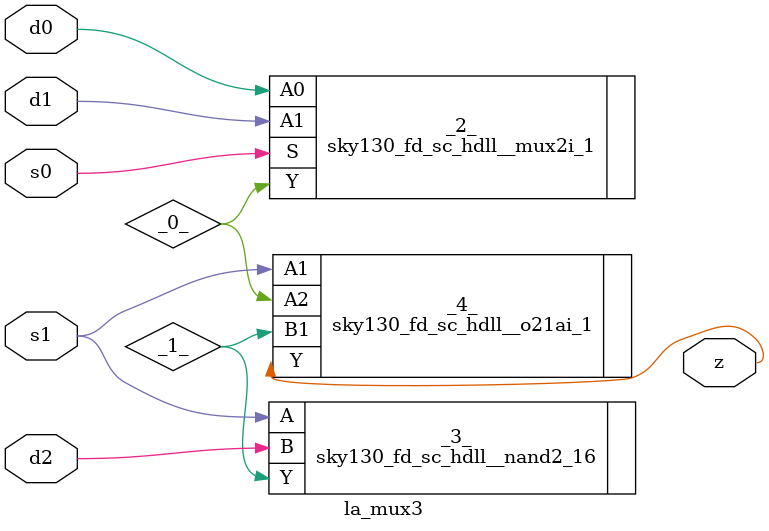
<source format=v>

/* Generated by Yosys 0.38+92 (git sha1 84116c9a3, x86_64-conda-linux-gnu-cc 11.2.0 -fvisibility-inlines-hidden -fmessage-length=0 -march=nocona -mtune=haswell -ftree-vectorize -fPIC -fstack-protector-strong -fno-plt -O2 -ffunction-sections -fdebug-prefix-map=/root/conda-eda/conda-eda/workdir/conda-env/conda-bld/yosys_1708682838165/work=/usr/local/src/conda/yosys-0.38_93_g84116c9a3 -fdebug-prefix-map=/user/projekt_pia/miniconda3/envs/sc=/usr/local/src/conda-prefix -fPIC -Os -fno-merge-constants) */

module la_mux3(d0, d1, d2, s0, s1, z);
  wire _0_;
  wire _1_;
  input d0;
  wire d0;
  input d1;
  wire d1;
  input d2;
  wire d2;
  input s0;
  wire s0;
  input s1;
  wire s1;
  output z;
  wire z;
  sky130_fd_sc_hdll__mux2i_1 _2_ (
    .A0(d0),
    .A1(d1),
    .S(s0),
    .Y(_0_)
  );
  sky130_fd_sc_hdll__nand2_16 _3_ (
    .A(s1),
    .B(d2),
    .Y(_1_)
  );
  sky130_fd_sc_hdll__o21ai_1 _4_ (
    .A1(s1),
    .A2(_0_),
    .B1(_1_),
    .Y(z)
  );
endmodule

</source>
